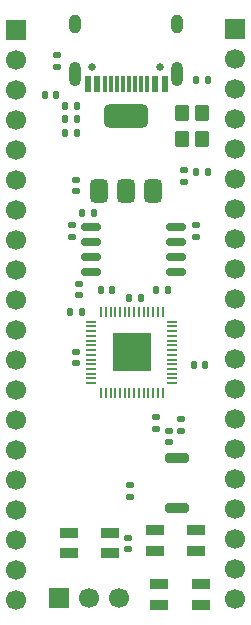
<source format=gbr>
%TF.GenerationSoftware,KiCad,Pcbnew,9.0.6*%
%TF.CreationDate,2025-12-03T22:27:59-06:00*%
%TF.ProjectId,Devboard,44657662-6f61-4726-942e-6b696361645f,rev?*%
%TF.SameCoordinates,Original*%
%TF.FileFunction,Soldermask,Top*%
%TF.FilePolarity,Negative*%
%FSLAX46Y46*%
G04 Gerber Fmt 4.6, Leading zero omitted, Abs format (unit mm)*
G04 Created by KiCad (PCBNEW 9.0.6) date 2025-12-03 22:27:59*
%MOMM*%
%LPD*%
G01*
G04 APERTURE LIST*
G04 Aperture macros list*
%AMRoundRect*
0 Rectangle with rounded corners*
0 $1 Rounding radius*
0 $2 $3 $4 $5 $6 $7 $8 $9 X,Y pos of 4 corners*
0 Add a 4 corners polygon primitive as box body*
4,1,4,$2,$3,$4,$5,$6,$7,$8,$9,$2,$3,0*
0 Add four circle primitives for the rounded corners*
1,1,$1+$1,$2,$3*
1,1,$1+$1,$4,$5*
1,1,$1+$1,$6,$7*
1,1,$1+$1,$8,$9*
0 Add four rect primitives between the rounded corners*
20,1,$1+$1,$2,$3,$4,$5,0*
20,1,$1+$1,$4,$5,$6,$7,0*
20,1,$1+$1,$6,$7,$8,$9,0*
20,1,$1+$1,$8,$9,$2,$3,0*%
G04 Aperture macros list end*
%ADD10RoundRect,0.140000X-0.170000X0.140000X-0.170000X-0.140000X0.170000X-0.140000X0.170000X0.140000X0*%
%ADD11RoundRect,0.140000X0.140000X0.170000X-0.140000X0.170000X-0.140000X-0.170000X0.140000X-0.170000X0*%
%ADD12RoundRect,0.140000X0.170000X-0.140000X0.170000X0.140000X-0.170000X0.140000X-0.170000X-0.140000X0*%
%ADD13RoundRect,0.162500X-0.650000X-0.162500X0.650000X-0.162500X0.650000X0.162500X-0.650000X0.162500X0*%
%ADD14RoundRect,0.140000X-0.140000X-0.170000X0.140000X-0.170000X0.140000X0.170000X-0.140000X0.170000X0*%
%ADD15C,0.650000*%
%ADD16R,0.600000X1.450000*%
%ADD17R,0.300000X1.450000*%
%ADD18O,1.000000X2.100000*%
%ADD19O,1.000000X1.600000*%
%ADD20R,1.700000X1.700000*%
%ADD21C,1.700000*%
%ADD22RoundRect,0.135000X0.185000X-0.135000X0.185000X0.135000X-0.185000X0.135000X-0.185000X-0.135000X0*%
%ADD23RoundRect,0.135000X-0.185000X0.135000X-0.185000X-0.135000X0.185000X-0.135000X0.185000X0.135000X0*%
%ADD24R,1.600000X0.850000*%
%ADD25RoundRect,0.250000X0.350000X-0.450000X0.350000X0.450000X-0.350000X0.450000X-0.350000X-0.450000X0*%
%ADD26RoundRect,0.135000X0.135000X0.185000X-0.135000X0.185000X-0.135000X-0.185000X0.135000X-0.185000X0*%
%ADD27RoundRect,0.375000X0.375000X-0.625000X0.375000X0.625000X-0.375000X0.625000X-0.375000X-0.625000X0*%
%ADD28RoundRect,0.500000X1.400000X-0.500000X1.400000X0.500000X-1.400000X0.500000X-1.400000X-0.500000X0*%
%ADD29RoundRect,0.200000X-0.800000X0.200000X-0.800000X-0.200000X0.800000X-0.200000X0.800000X0.200000X0*%
%ADD30RoundRect,0.050000X-0.387500X-0.050000X0.387500X-0.050000X0.387500X0.050000X-0.387500X0.050000X0*%
%ADD31RoundRect,0.050000X-0.050000X-0.387500X0.050000X-0.387500X0.050000X0.387500X-0.050000X0.387500X0*%
%ADD32R,3.200000X3.200000*%
%ADD33RoundRect,0.135000X-0.135000X-0.185000X0.135000X-0.185000X0.135000X0.185000X-0.135000X0.185000X0*%
G04 APERTURE END LIST*
D10*
%TO.C,C17*%
X215898000Y-73882000D03*
X215898000Y-74842000D03*
%TD*%
D11*
%TO.C,C11*%
X209800000Y-84009000D03*
X208840000Y-84009000D03*
%TD*%
%TO.C,C8*%
X208224000Y-77460000D03*
X207264000Y-77460000D03*
%TD*%
D12*
%TO.C,C16*%
X211090000Y-105956000D03*
X211090000Y-104996000D03*
%TD*%
D13*
%TO.C,U3*%
X208011500Y-78682000D03*
X208011500Y-79952000D03*
X208011500Y-81222000D03*
X208011500Y-82492000D03*
X215186500Y-82492000D03*
X215186500Y-81222000D03*
X215186500Y-79952000D03*
X215186500Y-78682000D03*
%TD*%
D14*
%TO.C,C3*%
X216670000Y-90350000D03*
X217630000Y-90350000D03*
%TD*%
D15*
%TO.C,J1*%
X213853000Y-65169000D03*
X208073000Y-65169000D03*
D16*
X214213000Y-66614000D03*
X213413000Y-66614000D03*
D17*
X212213000Y-66614000D03*
X211213000Y-66614000D03*
X210713000Y-66614000D03*
X209713000Y-66614000D03*
D16*
X208513000Y-66614000D03*
X207713000Y-66614000D03*
X207713000Y-66614000D03*
X208513000Y-66614000D03*
D17*
X209213000Y-66614000D03*
X210213000Y-66614000D03*
X211713000Y-66614000D03*
X212713000Y-66614000D03*
D16*
X213413000Y-66614000D03*
X214213000Y-66614000D03*
D18*
X215283000Y-65699000D03*
D19*
X215283000Y-61519000D03*
D18*
X206643000Y-65699000D03*
D19*
X206643000Y-61519000D03*
%TD*%
D10*
%TO.C,C9*%
X215650000Y-94970000D03*
X215650000Y-95930000D03*
%TD*%
D20*
%TO.C,J3*%
X220164000Y-61958000D03*
D21*
X220164000Y-64498000D03*
X220164000Y-67038000D03*
X220164000Y-69578000D03*
X220164000Y-72118000D03*
X220164000Y-74658000D03*
X220164000Y-77198000D03*
X220164000Y-79738000D03*
X220164000Y-82278000D03*
X220164000Y-84818000D03*
X220164000Y-87358000D03*
X220164000Y-89898000D03*
X220164000Y-92438000D03*
X220164000Y-94978000D03*
X220164000Y-97518000D03*
X220164000Y-100058000D03*
X220164000Y-102598000D03*
X220164000Y-105138000D03*
X220164000Y-107678000D03*
X220164000Y-110218000D03*
%TD*%
D11*
%TO.C,C4*%
X206779000Y-70688000D03*
X205819000Y-70688000D03*
%TD*%
D10*
%TO.C,C10*%
X207000000Y-83520000D03*
X207000000Y-84480000D03*
%TD*%
D12*
%TO.C,C1*%
X206709000Y-75646000D03*
X206709000Y-74686000D03*
%TD*%
D22*
%TO.C,R2*%
X211250000Y-101510000D03*
X211250000Y-100490000D03*
%TD*%
D23*
%TO.C,R7*%
X206400000Y-78505000D03*
X206400000Y-79525000D03*
%TD*%
D12*
%TO.C,C15*%
X213469000Y-95754000D03*
X213469000Y-94794000D03*
%TD*%
D20*
%TO.C,J2*%
X201641000Y-62011000D03*
D21*
X201641000Y-64551000D03*
X201641000Y-67091000D03*
X201641000Y-69631000D03*
X201641000Y-72171000D03*
X201641000Y-74711000D03*
X201641000Y-77251000D03*
X201641000Y-79791000D03*
X201641000Y-82331000D03*
X201641000Y-84871000D03*
X201641000Y-87411000D03*
X201641000Y-89951000D03*
X201641000Y-92491000D03*
X201641000Y-95031000D03*
X201641000Y-97571000D03*
X201641000Y-100111000D03*
X201641000Y-102651000D03*
X201641000Y-105191000D03*
X201641000Y-107731000D03*
X201641000Y-110271000D03*
%TD*%
D14*
%TO.C,C14*%
X204061000Y-67468000D03*
X205021000Y-67468000D03*
%TD*%
D24*
%TO.C,D1*%
X217264000Y-110648000D03*
X217264000Y-108898000D03*
X213764000Y-108898000D03*
X213764000Y-110648000D03*
%TD*%
D23*
%TO.C,R5*%
X216867000Y-78535000D03*
X216867000Y-79555000D03*
%TD*%
D12*
%TO.C,C7*%
X206750000Y-90230000D03*
X206750000Y-89270000D03*
%TD*%
D20*
%TO.C,J4*%
X205282000Y-110104000D03*
D21*
X207822000Y-110104000D03*
X210362000Y-110104000D03*
%TD*%
D25*
%TO.C,Y1*%
X217362000Y-71211000D03*
X217362000Y-69011000D03*
X215662000Y-69011000D03*
X215662000Y-71211000D03*
%TD*%
D24*
%TO.C,D2*%
X206088000Y-104574000D03*
X206088000Y-106324000D03*
X209588000Y-106324000D03*
X209588000Y-104574000D03*
%TD*%
D11*
%TO.C,C6*%
X206779000Y-68454000D03*
X205819000Y-68454000D03*
%TD*%
D22*
%TO.C,R3*%
X205153000Y-65121000D03*
X205153000Y-64101000D03*
%TD*%
D10*
%TO.C,C2*%
X214600000Y-95920000D03*
X214600000Y-96880000D03*
%TD*%
D26*
%TO.C,R4*%
X214510000Y-84000000D03*
X213490000Y-84000000D03*
%TD*%
D14*
%TO.C,C12*%
X211232000Y-84701000D03*
X212192000Y-84701000D03*
%TD*%
D27*
%TO.C,U2*%
X208631500Y-75628000D03*
X210931500Y-75628000D03*
D28*
X210931500Y-69328000D03*
D27*
X213231500Y-75628000D03*
%TD*%
D14*
%TO.C,C13*%
X216899000Y-73990000D03*
X217859000Y-73990000D03*
%TD*%
D29*
%TO.C,SW1*%
X215235000Y-98234000D03*
X215235000Y-102434000D03*
%TD*%
D24*
%TO.C,D3*%
X216912000Y-106096000D03*
X216912000Y-104346000D03*
X213412000Y-104346000D03*
X213412000Y-106096000D03*
%TD*%
D11*
%TO.C,C5*%
X206788000Y-69582000D03*
X205828000Y-69582000D03*
%TD*%
D30*
%TO.C,U1*%
X208010000Y-86706000D03*
X208010000Y-87106000D03*
X208010000Y-87506000D03*
X208010000Y-87906000D03*
X208010000Y-88306000D03*
X208010000Y-88706000D03*
X208010000Y-89106000D03*
X208010000Y-89506000D03*
X208010000Y-89906000D03*
X208010000Y-90306000D03*
X208010000Y-90706000D03*
X208010000Y-91106000D03*
X208010000Y-91506000D03*
X208010000Y-91906000D03*
D31*
X208847500Y-92743500D03*
X209247500Y-92743500D03*
X209647500Y-92743500D03*
X210047500Y-92743500D03*
X210447500Y-92743500D03*
X210847500Y-92743500D03*
X211247500Y-92743500D03*
X211647500Y-92743500D03*
X212047500Y-92743500D03*
X212447500Y-92743500D03*
X212847500Y-92743500D03*
X213247500Y-92743500D03*
X213647500Y-92743500D03*
X214047500Y-92743500D03*
D30*
X214885000Y-91906000D03*
X214885000Y-91506000D03*
X214885000Y-91106000D03*
X214885000Y-90706000D03*
X214885000Y-90306000D03*
X214885000Y-89906000D03*
X214885000Y-89506000D03*
X214885000Y-89106000D03*
X214885000Y-88706000D03*
X214885000Y-88306000D03*
X214885000Y-87906000D03*
X214885000Y-87506000D03*
X214885000Y-87106000D03*
X214885000Y-86706000D03*
D31*
X214047500Y-85868500D03*
X213647500Y-85868500D03*
X213247500Y-85868500D03*
X212847500Y-85868500D03*
X212447500Y-85868500D03*
X212047500Y-85868500D03*
X211647500Y-85868500D03*
X211247500Y-85868500D03*
X210847500Y-85868500D03*
X210447500Y-85868500D03*
X210047500Y-85868500D03*
X209647500Y-85868500D03*
X209247500Y-85868500D03*
X208847500Y-85868500D03*
D32*
X211447500Y-89306000D03*
%TD*%
D33*
%TO.C,R1*%
X216883000Y-66229000D03*
X217903000Y-66229000D03*
%TD*%
%TO.C,R6*%
X206217000Y-85865000D03*
X207237000Y-85865000D03*
%TD*%
M02*

</source>
